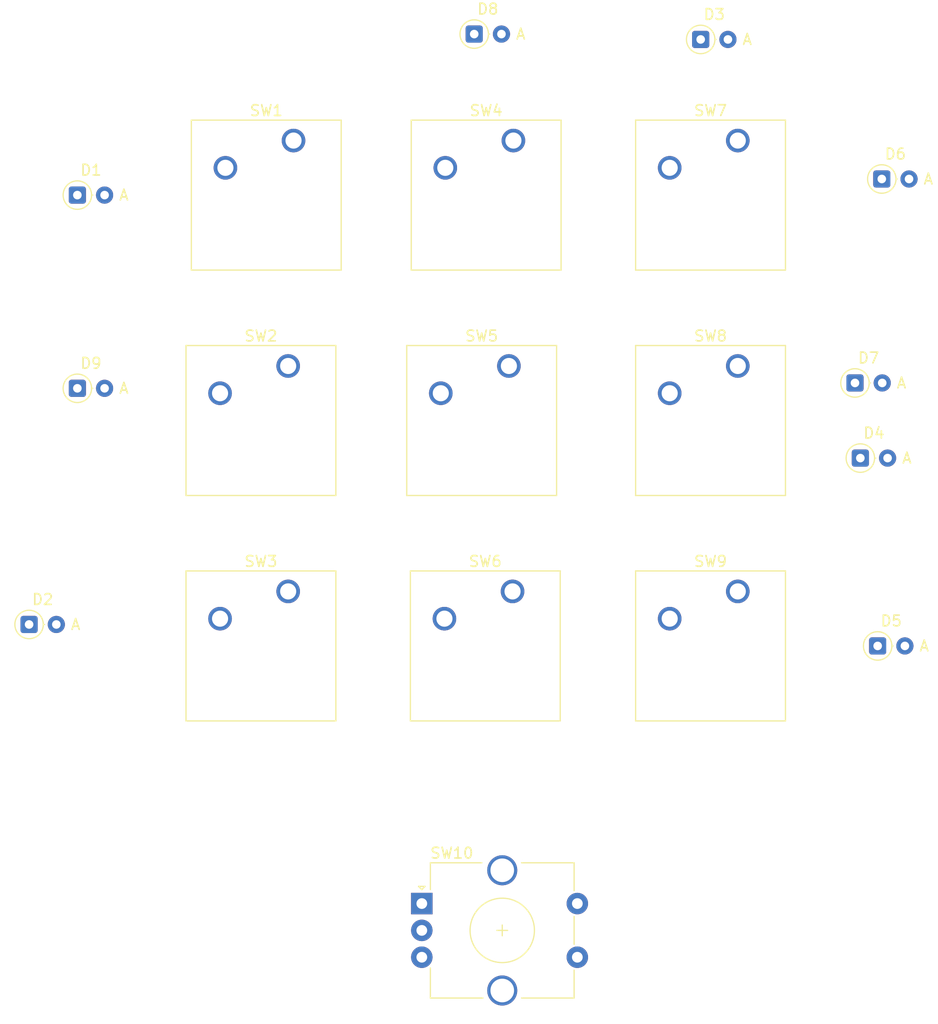
<source format=kicad_pcb>
(kicad_pcb (version 20241229) (generator "pcbnew") (generator_version "9.0")
  (layers (0 "F.Cu" signal) (2 "B.Cu" signal) (13 "F.Paste" user) (15 "B.Paste" user) (5 "F.SilkS" user "F.Silkscreen") (7 "B.SilkS" user "B.Silkscreen") (1 "F.Mask" user) (3 "B.Mask" user) (25 "Edge.Cuts" user))
  (net 0 "")
  (net 1 "row2")
  (net 2 "Net-(D1-A)")
  (net 3 "Net-(D2-A)")
  (net 4 "row1")
  (net 5 "Net-(D3-A)")
  (net 6 "row0")
  (net 7 "Net-(D4-A)")
  (net 8 "Net-(D5-A)")
  (net 9 "Net-(D6-A)")
  (net 10 "Net-(D7-A)")
  (net 11 "Net-(D8-A)")
  (net 12 "Net-(D9-A)")
  (net 13 "col0")
  (net 14 "col1")
  (net 15 "col2")
  (net 18 "Net-(U1-GPIO3{slash}MOSI)")
  (net 19 "Net-(U1-GPIO4{slash}MISO)")
  (net 20 "GND")
  (footprint "Button_Switch_Keyboard:SW_Cherry_MX_1.00u_PCB" (layer "F.Cu") (at 135.04 90.42)
    (property "Reference" "SW3" (at -2.54 -2.794 0) (layer "F.SilkS"))
    (property "Value" "SW_Push")
    (fp_line (start -9.525 -1.905) (end 4.445 -1.905) (stroke (width 0.12)) (layer "F.SilkS"))
    (fp_line (start -9.525 12.065) (end -9.525 -1.905) (stroke (width 0.12)) (layer "F.SilkS"))
    (fp_line (start 4.445 -1.905) (end 4.445 12.065) (stroke (width 0.12)) (layer "F.SilkS"))
    (fp_line (start 4.445 12.065) (end -9.525 12.065) (stroke (width 0.12)) (layer "F.SilkS"))
    (pad "" np_thru_hole circle (at -7.62 5.08) (size 1.7 1.7) (drill 1.7) (layers "*.Cu" "*.Mask"))
    (pad "" np_thru_hole circle (at -2.54 5.08) (size 4 4) (drill 4) (layers "*.Cu" "*.Mask"))
    (pad "" np_thru_hole circle (at 2.54 5.08) (size 1.7 1.7) (drill 1.7) (layers "*.Cu" "*.Mask"))
    (pad "1" thru_hole circle (at 0 0) (size 2.2 2.2) (drill 1.5) (layers "*.Cu" "*.Mask") (net 3 "Net-(D2-A)"))
    (pad "2" thru_hole circle (at -6.35 2.54) (size 2.2 2.2) (drill 1.5) (layers "*.Cu" "*.Mask") (net 13 "col0"))
  )
  (footprint "Button_Switch_Keyboard:SW_Cherry_MX_1.00u_PCB" (layer "F.Cu") (at 176.96 48.42)
    (property "Reference" "SW7" (at -2.54 -2.794 0) (layer "F.SilkS"))
    (property "Value" "SW_Push")
    (fp_line (start -9.525 -1.905) (end 4.445 -1.905) (stroke (width 0.12)) (layer "F.SilkS"))
    (fp_line (start -9.525 12.065) (end -9.525 -1.905) (stroke (width 0.12)) (layer "F.SilkS"))
    (fp_line (start 4.445 -1.905) (end 4.445 12.065) (stroke (width 0.12)) (layer "F.SilkS"))
    (fp_line (start 4.445 12.065) (end -9.525 12.065) (stroke (width 0.12)) (layer "F.SilkS"))
    (pad "" np_thru_hole circle (at -7.62 5.08) (size 1.7 1.7) (drill 1.7) (layers "*.Cu" "*.Mask"))
    (pad "" np_thru_hole circle (at -2.54 5.08) (size 4 4) (drill 4) (layers "*.Cu" "*.Mask"))
    (pad "" np_thru_hole circle (at 2.54 5.08) (size 1.7 1.7) (drill 1.7) (layers "*.Cu" "*.Mask"))
    (pad "1" thru_hole circle (at 0 0) (size 2.2 2.2) (drill 1.5) (layers "*.Cu" "*.Mask") (net 5 "Net-(D3-A)"))
    (pad "2" thru_hole circle (at -6.35 2.54) (size 2.2 2.2) (drill 1.5) (layers "*.Cu" "*.Mask") (net 13 "col0"))
  )
  (footprint "Button_Switch_Keyboard:SW_Cherry_MX_1.00u_PCB" (layer "F.Cu") (at 176.96 69.42)
    (property "Reference" "SW8" (at -2.54 -2.794 0) (layer "F.SilkS"))
    (property "Value" "SW_Push")
    (fp_line (start -9.525 -1.905) (end 4.445 -1.905) (stroke (width 0.12)) (layer "F.SilkS"))
    (fp_line (start -9.525 12.065) (end -9.525 -1.905) (stroke (width 0.12)) (layer "F.SilkS"))
    (fp_line (start 4.445 -1.905) (end 4.445 12.065) (stroke (width 0.12)) (layer "F.SilkS"))
    (fp_line (start 4.445 12.065) (end -9.525 12.065) (stroke (width 0.12)) (layer "F.SilkS"))
    (pad "" np_thru_hole circle (at -7.62 5.08) (size 1.7 1.7) (drill 1.7) (layers "*.Cu" "*.Mask"))
    (pad "" np_thru_hole circle (at -2.54 5.08) (size 4 4) (drill 4) (layers "*.Cu" "*.Mask"))
    (pad "" np_thru_hole circle (at 2.54 5.08) (size 1.7 1.7) (drill 1.7) (layers "*.Cu" "*.Mask"))
    (pad "1" thru_hole circle (at 0 0) (size 2.2 2.2) (drill 1.5) (layers "*.Cu" "*.Mask") (net 7 "Net-(D4-A)"))
    (pad "2" thru_hole circle (at -6.35 2.54) (size 2.2 2.2) (drill 1.5) (layers "*.Cu" "*.Mask") (net 14 "col1"))
  )
  (footprint "Diode_THT:D_DO-35_SOD27_P2.54mm_Vertical_AnodeUp" (layer "F.Cu") (at 187.885686 71)
    (property "Reference" "D7" (at 1.27 -2.326371 0) (layer "F.SilkS"))
    (property "Value" "1N4148WT")
    (fp_line (start 1.326371 0) (end 1.44 0) (stroke (width 0.12)) (layer "F.SilkS"))
    (fp_circle (center 0 0) (end 1.326371 0) (stroke (width 0.12)) (fill no) (layer "F.SilkS"))
    (fp_text user "A" (at 4.34 0 0) (layer "F.SilkS"))
    (pad "1" thru_hole roundrect (at 0 0) (size 1.6 1.6) (drill 0.8) (layers "*.Cu" "*.Mask") (roundrect_rratio 0.15625) (net 1 "row2"))
    (pad "2" thru_hole circle (at 2.54 0) (size 1.6 1.6) (drill 0.8) (layers "*.Cu" "*.Mask") (net 10 "Net-(D7-A)"))
  )
  (footprint "Diode_THT:D_DO-35_SOD27_P2.54mm_Vertical_AnodeUp" (layer "F.Cu") (at 152.385686 38.5)
    (property "Reference" "D8" (at 1.27 -2.326371 0) (layer "F.SilkS"))
    (property "Value" "1N4148WT")
    (fp_line (start 1.326371 0) (end 1.44 0) (stroke (width 0.12)) (layer "F.SilkS"))
    (fp_circle (center 0 0) (end 1.326371 0) (stroke (width 0.12)) (fill no) (layer "F.SilkS"))
    (fp_text user "A" (at 4.34 0 0) (layer "F.SilkS"))
    (pad "1" thru_hole roundrect (at 0 0) (size 1.6 1.6) (drill 0.8) (layers "*.Cu" "*.Mask") (roundrect_rratio 0.15625) (net 4 "row1"))
    (pad "2" thru_hole circle (at 2.54 0) (size 1.6 1.6) (drill 0.8) (layers "*.Cu" "*.Mask") (net 11 "Net-(D8-A)"))
  )
  (footprint "Diode_THT:D_DO-35_SOD27_P2.54mm_Vertical_AnodeUp" (layer "F.Cu") (at 173.5 39)
    (property "Reference" "D3" (at 1.27 -2.326371 0) (layer "F.SilkS"))
    (property "Value" "1N4148WT")
    (fp_line (start 1.326371 0) (end 1.44 0) (stroke (width 0.12)) (layer "F.SilkS"))
    (fp_circle (center 0 0) (end 1.326371 0) (stroke (width 0.12)) (fill no) (layer "F.SilkS"))
    (fp_text user "A" (at 4.34 0 0) (layer "F.SilkS"))
    (pad "1" thru_hole roundrect (at 0 0) (size 1.6 1.6) (drill 0.8) (layers "*.Cu" "*.Mask") (roundrect_rratio 0.15625) (net 6 "row0"))
    (pad "2" thru_hole circle (at 2.54 0) (size 1.6 1.6) (drill 0.8) (layers "*.Cu" "*.Mask") (net 5 "Net-(D3-A)"))
  )
  (footprint "Rotary_Encoder:RotaryEncoder_Alps_EC12E-Switch_Vertical_H20mm_CircularMountingHoles" (layer "F.Cu") (at 147.5 119.5)
    (property "Reference" "SW10" (at 2.8 -4.7 0) (layer "F.SilkS"))
    (property "Value" "RotaryEncoder")
    (fp_line (start -0.3 -1.6) (end 0.3 -1.6) (stroke (width 0.12)) (layer "F.SilkS"))
    (fp_line (start 0 -1.3) (end -0.3 -1.6) (stroke (width 0.12)) (layer "F.SilkS"))
    (fp_line (start 0.3 -1.6) (end 0 -1.3) (stroke (width 0.12)) (layer "F.SilkS"))
    (fp_line (start 0.8 -3.8) (end 0.8 -1.3) (stroke (width 0.12)) (layer "F.SilkS"))
    (fp_line (start 0.8 8.8) (end 0.8 6) (stroke (width 0.12)) (layer "F.SilkS"))
    (fp_line (start 5.6 -3.8) (end 0.8 -3.8) (stroke (width 0.12)) (layer "F.SilkS"))
    (fp_line (start 5.7 8.8) (end 0.8 8.8) (stroke (width 0.12)) (layer "F.SilkS"))
    (fp_line (start 7 2.5) (end 8 2.5) (stroke (width 0.12)) (layer "F.SilkS"))
    (fp_line (start 7.5 2) (end 7.5 3) (stroke (width 0.12)) (layer "F.SilkS"))
    (fp_line (start 9.3 -3.8) (end 14.2 -3.8) (stroke (width 0.12)) (layer "F.SilkS"))
    (fp_line (start 14.2 -3.8) (end 14.2 -1.2) (stroke (width 0.12)) (layer "F.SilkS"))
    (fp_line (start 14.2 1.2) (end 14.2 3.8) (stroke (width 0.12)) (layer "F.SilkS"))
    (fp_line (start 14.2 6.2) (end 14.2 8.8) (stroke (width 0.12)) (layer "F.SilkS"))
    (fp_line (start 14.2 8.8) (end 9.3 8.8) (stroke (width 0.12)) (layer "F.SilkS"))
    (fp_circle (center 7.5 2.5) (end 10.5 2.5) (stroke (width 0.12)) (fill no) (layer "F.SilkS"))
    (pad "A" thru_hole rect (at 0 0) (size 2 2) (drill 1) (layers "*.Cu" "*.Mask") (net 18 "Net-(U1-GPIO3{slash}MOSI)"))
    (pad "B" thru_hole circle (at 0 5) (size 2 2) (drill 1) (layers "*.Cu" "*.Mask") (net 19 "Net-(U1-GPIO4{slash}MISO)"))
    (pad "C" thru_hole circle (at 0 2.5) (size 2 2) (drill 1) (layers "*.Cu" "*.Mask") (net 20 "GND"))
    (pad "MP" thru_hole circle (at 7.5 -3.1) (size 2.8 2.8) (drill 2.2) (layers "*.Cu" "*.Mask"))
    (pad "MP" thru_hole circle (at 7.5 8.1) (size 2.8 2.8) (drill 2.2) (layers "*.Cu" "*.Mask"))
    (pad "S1" thru_hole circle (at 14.5 0) (size 2 2) (drill 1) (layers "*.Cu" "*.Mask"))
    (pad "S2" thru_hole circle (at 14.5 5) (size 2 2) (drill 1) (layers "*.Cu" "*.Mask"))
  )
  (footprint "Diode_THT:D_DO-35_SOD27_P2.54mm_Vertical_AnodeUp" (layer "F.Cu") (at 115.385686 71.5)
    (property "Reference" "D9" (at 1.27 -2.326371 0) (layer "F.SilkS"))
    (property "Value" "1N4148WT")
    (fp_line (start 1.326371 0) (end 1.44 0) (stroke (width 0.12)) (layer "F.SilkS"))
    (fp_circle (center 0 0) (end 1.326371 0) (stroke (width 0.12)) (fill no) (layer "F.SilkS"))
    (fp_text user "A" (at 4.34 0 0) (layer "F.SilkS"))
    (pad "1" thru_hole roundrect (at 0 0) (size 1.6 1.6) (drill 0.8) (layers "*.Cu" "*.Mask") (roundrect_rratio 0.15625) (net 1 "row2"))
    (pad "2" thru_hole circle (at 2.54 0) (size 1.6 1.6) (drill 0.8) (layers "*.Cu" "*.Mask") (net 12 "Net-(D9-A)"))
  )
  (footprint "Diode_THT:D_DO-35_SOD27_P2.54mm_Vertical_AnodeUp" (layer "F.Cu") (at 115.385686 53.5)
    (property "Reference" "D1" (at 1.27 -2.326371 0) (layer "F.SilkS"))
    (property "Value" "1N4148WT")
    (fp_line (start 1.326371 0) (end 1.44 0) (stroke (width 0.12)) (layer "F.SilkS"))
    (fp_circle (center 0 0) (end 1.326371 0) (stroke (width 0.12)) (fill no) (layer "F.SilkS"))
    (fp_text user "A" (at 4.34 0 0) (layer "F.SilkS"))
    (pad "1" thru_hole roundrect (at 0 0) (size 1.6 1.6) (drill 0.8) (layers "*.Cu" "*.Mask") (roundrect_rratio 0.15625) (net 1 "row2"))
    (pad "2" thru_hole circle (at 2.54 0) (size 1.6 1.6) (drill 0.8) (layers "*.Cu" "*.Mask") (net 2 "Net-(D1-A)"))
  )
  (footprint "Button_Switch_Keyboard:SW_Cherry_MX_1.00u_PCB" (layer "F.Cu") (at 176.96 90.42)
    (property "Reference" "SW9" (at -2.54 -2.794 0) (layer "F.SilkS"))
    (property "Value" "SW_Push")
    (fp_line (start -9.525 -1.905) (end 4.445 -1.905) (stroke (width 0.12)) (layer "F.SilkS"))
    (fp_line (start -9.525 12.065) (end -9.525 -1.905) (stroke (width 0.12)) (layer "F.SilkS"))
    (fp_line (start 4.445 -1.905) (end 4.445 12.065) (stroke (width 0.12)) (layer "F.SilkS"))
    (fp_line (start 4.445 12.065) (end -9.525 12.065) (stroke (width 0.12)) (layer "F.SilkS"))
    (pad "" np_thru_hole circle (at -7.62 5.08) (size 1.7 1.7) (drill 1.7) (layers "*.Cu" "*.Mask"))
    (pad "" np_thru_hole circle (at -2.54 5.08) (size 4 4) (drill 4) (layers "*.Cu" "*.Mask"))
    (pad "" np_thru_hole circle (at 2.54 5.08) (size 1.7 1.7) (drill 1.7) (layers "*.Cu" "*.Mask"))
    (pad "1" thru_hole circle (at 0 0) (size 2.2 2.2) (drill 1.5) (layers "*.Cu" "*.Mask") (net 8 "Net-(D5-A)"))
    (pad "2" thru_hole circle (at -6.35 2.54) (size 2.2 2.2) (drill 1.5) (layers "*.Cu" "*.Mask"))
  )
  (footprint "Button_Switch_Keyboard:SW_Cherry_MX_1.00u_PCB" (layer "F.Cu") (at 155.96 90.42)
    (property "Reference" "SW6" (at -2.54 -2.794 0) (layer "F.SilkS"))
    (property "Value" "SW_Push")
    (fp_line (start -9.525 -1.905) (end 4.445 -1.905) (stroke (width 0.12)) (layer "F.SilkS"))
    (fp_line (start -9.525 12.065) (end -9.525 -1.905) (stroke (width 0.12)) (layer "F.SilkS"))
    (fp_line (start 4.445 -1.905) (end 4.445 12.065) (stroke (width 0.12)) (layer "F.SilkS"))
    (fp_line (start 4.445 12.065) (end -9.525 12.065) (stroke (width 0.12)) (layer "F.SilkS"))
    (pad "" np_thru_hole circle (at -7.62 5.08) (size 1.7 1.7) (drill 1.7) (layers "*.Cu" "*.Mask"))
    (pad "" np_thru_hole circle (at -2.54 5.08) (size 4 4) (drill 4) (layers "*.Cu" "*.Mask"))
    (pad "" np_thru_hole circle (at 2.54 5.08) (size 1.7 1.7) (drill 1.7) (layers "*.Cu" "*.Mask"))
    (pad "1" thru_hole circle (at 0 0) (size 2.2 2.2) (drill 1.5) (layers "*.Cu" "*.Mask") (net 9 "Net-(D6-A)"))
    (pad "2" thru_hole circle (at -6.35 2.54) (size 2.2 2.2) (drill 1.5) (layers "*.Cu" "*.Mask"))
  )
  (footprint "Diode_THT:D_DO-35_SOD27_P2.54mm_Vertical_AnodeUp" (layer "F.Cu") (at 188.385686 78)
    (property "Reference" "D4" (at 1.27 -2.326371 0) (layer "F.SilkS"))
    (property "Value" "1N4148WT")
    (fp_line (start 1.326371 0) (end 1.44 0) (stroke (width 0.12)) (layer "F.SilkS"))
    (fp_circle (center 0 0) (end 1.326371 0) (stroke (width 0.12)) (fill no) (layer "F.SilkS"))
    (fp_text user "A" (at 4.34 0 0) (layer "F.SilkS"))
    (pad "1" thru_hole roundrect (at 0 0) (size 1.6 1.6) (drill 0.8) (layers "*.Cu" "*.Mask") (roundrect_rratio 0.15625) (net 6 "row0"))
    (pad "2" thru_hole circle (at 2.54 0) (size 1.6 1.6) (drill 0.8) (layers "*.Cu" "*.Mask") (net 7 "Net-(D4-A)"))
  )
  (footprint "Button_Switch_Keyboard:SW_Cherry_MX_1.00u_PCB" (layer "F.Cu") (at 135.54 48.42)
    (property "Reference" "SW1" (at -2.54 -2.794 0) (layer "F.SilkS"))
    (property "Value" "SW_Push")
    (fp_line (start -9.525 -1.905) (end 4.445 -1.905) (stroke (width 0.12)) (layer "F.SilkS"))
    (fp_line (start -9.525 12.065) (end -9.525 -1.905) (stroke (width 0.12)) (layer "F.SilkS"))
    (fp_line (start 4.445 -1.905) (end 4.445 12.065) (stroke (width 0.12)) (layer "F.SilkS"))
    (fp_line (start 4.445 12.065) (end -9.525 12.065) (stroke (width 0.12)) (layer "F.SilkS"))
    (pad "" np_thru_hole circle (at -7.62 5.08) (size 1.7 1.7) (drill 1.7) (layers "*.Cu" "*.Mask"))
    (pad "" np_thru_hole circle (at -2.54 5.08) (size 4 4) (drill 4) (layers "*.Cu" "*.Mask"))
    (pad "" np_thru_hole circle (at 2.54 5.08) (size 1.7 1.7) (drill 1.7) (layers "*.Cu" "*.Mask"))
    (pad "1" thru_hole circle (at 0 0) (size 2.2 2.2) (drill 1.5) (layers "*.Cu" "*.Mask") (net 2 "Net-(D1-A)"))
    (pad "2" thru_hole circle (at -6.35 2.54) (size 2.2 2.2) (drill 1.5) (layers "*.Cu" "*.Mask") (net 13 "col0"))
  )
  (footprint "Diode_THT:D_DO-35_SOD27_P2.54mm_Vertical_AnodeUp" (layer "F.Cu") (at 110.885686 93.5)
    (property "Reference" "D2" (at 1.27 -2.326371 0) (layer "F.SilkS"))
    (property "Value" "1N4148WT")
    (fp_line (start 1.326371 0) (end 1.44 0) (stroke (width 0.12)) (layer "F.SilkS"))
    (fp_circle (center 0 0) (end 1.326371 0) (stroke (width 0.12)) (fill no) (layer "F.SilkS"))
    (fp_text user "A" (at 4.34 0 0) (layer "F.SilkS"))
    (pad "1" thru_hole roundrect (at 0 0) (size 1.6 1.6) (drill 0.8) (layers "*.Cu" "*.Mask") (roundrect_rratio 0.15625) (net 4 "row1"))
    (pad "2" thru_hole circle (at 2.54 0) (size 1.6 1.6) (drill 0.8) (layers "*.Cu" "*.Mask") (net 3 "Net-(D2-A)"))
  )
  (footprint "Button_Switch_Keyboard:SW_Cherry_MX_1.00u_PCB" (layer "F.Cu") (at 156.04 48.42)
    (property "Reference" "SW4" (at -2.54 -2.794 0) (layer "F.SilkS"))
    (property "Value" "SW_Push")
    (fp_line (start -9.525 -1.905) (end 4.445 -1.905) (stroke (width 0.12)) (layer "F.SilkS"))
    (fp_line (start -9.525 12.065) (end -9.525 -1.905) (stroke (width 0.12)) (layer "F.SilkS"))
    (fp_line (start 4.445 -1.905) (end 4.445 12.065) (stroke (width 0.12)) (layer "F.SilkS"))
    (fp_line (start 4.445 12.065) (end -9.525 12.065) (stroke (width 0.12)) (layer "F.SilkS"))
    (pad "" np_thru_hole circle (at -7.62 5.08) (size 1.7 1.7) (drill 1.7) (layers "*.Cu" "*.Mask"))
    (pad "" np_thru_hole circle (at -2.54 5.08) (size 4 4) (drill 4) (layers "*.Cu" "*.Mask"))
    (pad "" np_thru_hole circle (at 2.54 5.08) (size 1.7 1.7) (drill 1.7) (layers "*.Cu" "*.Mask"))
    (pad "1" thru_hole circle (at 0 0) (size 2.2 2.2) (drill 1.5) (layers "*.Cu" "*.Mask") (net 11 "Net-(D8-A)"))
    (pad "2" thru_hole circle (at -6.35 2.54) (size 2.2 2.2) (drill 1.5) (layers "*.Cu" "*.Mask") (net 14 "col1"))
  )
  (footprint "Button_Switch_Keyboard:SW_Cherry_MX_1.00u_PCB" (layer "F.Cu") (at 155.62 69.42)
    (property "Reference" "SW5" (at -2.54 -2.794 0) (layer "F.SilkS"))
    (property "Value" "SW_Push")
    (fp_line (start -9.525 -1.905) (end 4.445 -1.905) (stroke (width 0.12)) (layer "F.SilkS"))
    (fp_line (start -9.525 12.065) (end -9.525 -1.905) (stroke (width 0.12)) (layer "F.SilkS"))
    (fp_line (start 4.445 -1.905) (end 4.445 12.065) (stroke (width 0.12)) (layer "F.SilkS"))
    (fp_line (start 4.445 12.065) (end -9.525 12.065) (stroke (width 0.12)) (layer "F.SilkS"))
    (pad "" np_thru_hole circle (at -7.62 5.08) (size 1.7 1.7) (drill 1.7) (layers "*.Cu" "*.Mask"))
    (pad "" np_thru_hole circle (at -2.54 5.08) (size 4 4) (drill 4) (layers "*.Cu" "*.Mask"))
    (pad "" np_thru_hole circle (at 2.54 5.08) (size 1.7 1.7) (drill 1.7) (layers "*.Cu" "*.Mask"))
    (pad "1" thru_hole circle (at 0 0) (size 2.2 2.2) (drill 1.5) (layers "*.Cu" "*.Mask") (net 10 "Net-(D7-A)"))
    (pad "2" thru_hole circle (at -6.35 2.54) (size 2.2 2.2) (drill 1.5) (layers "*.Cu" "*.Mask") (net 15 "col2"))
  )
  (footprint "Diode_THT:D_DO-35_SOD27_P2.54mm_Vertical_AnodeUp" (layer "F.Cu") (at 190 95.5)
    (property "Reference" "D5" (at 1.27 -2.326371 0) (layer "F.SilkS"))
    (property "Value" "1N4148WT")
    (fp_line (start 1.326371 0) (end 1.44 0) (stroke (width 0.12)) (layer "F.SilkS"))
    (fp_circle (center 0 0) (end 1.326371 0) (stroke (width 0.12)) (fill no) (layer "F.SilkS"))
    (fp_text user "A" (at 4.34 0 0) (layer "F.SilkS"))
    (pad "1" thru_hole roundrect (at 0 0) (size 1.6 1.6) (drill 0.8) (layers "*.Cu" "*.Mask") (roundrect_rratio 0.15625) (net 6 "row0"))
    (pad "2" thru_hole circle (at 2.54 0) (size 1.6 1.6) (drill 0.8) (layers "*.Cu" "*.Mask") (net 8 "Net-(D5-A)"))
  )
  (footprint "Diode_THT:D_DO-35_SOD27_P2.54mm_Vertical_AnodeUp" (layer "F.Cu") (at 190.385686 52)
    (property "Reference" "D6" (at 1.27 -2.326371 0) (layer "F.SilkS"))
    (property "Value" "1N4148WT")
    (fp_line (start 1.326371 0) (end 1.44 0) (stroke (width 0.12)) (layer "F.SilkS"))
    (fp_circle (center 0 0) (end 1.326371 0) (stroke (width 0.12)) (fill no) (layer "F.SilkS"))
    (fp_text user "A" (at 4.34 0 0) (layer "F.SilkS"))
    (pad "1" thru_hole roundrect (at 0 0) (size 1.6 1.6) (drill 0.8) (layers "*.Cu" "*.Mask") (roundrect_rratio 0.15625) (net 4 "row1"))
    (pad "2" thru_hole circle (at 2.54 0) (size 1.6 1.6) (drill 0.8) (layers "*.Cu" "*.Mask") (net 9 "Net-(D6-A)"))
  )
  (footprint "Button_Switch_Keyboard:SW_Cherry_MX_1.00u_PCB" (layer "F.Cu") (at 135.04 69.42)
    (property "Reference" "SW2" (at -2.54 -2.794 0) (layer "F.SilkS"))
    (property "Value" "SW_Push")
    (fp_line (start -9.525 -1.905) (end 4.445 -1.905) (stroke (width 0.12)) (layer "F.SilkS"))
    (fp_line (start -9.525 12.065) (end -9.525 -1.905) (stroke (width 0.12)) (layer "F.SilkS"))
    (fp_line (start 4.445 -1.905) (end 4.445 12.065) (stroke (width 0.12)) (layer "F.SilkS"))
    (fp_line (start 4.445 12.065) (end -9.525 12.065) (stroke (width 0.12)) (layer "F.SilkS"))
    (pad "" np_thru_hole circle (at -7.62 5.08) (size 1.7 1.7) (drill 1.7) (layers "*.Cu" "*.Mask"))
    (pad "" np_thru_hole circle (at -2.54 5.08) (size 4 4) (drill 4) (layers "*.Cu" "*.Mask"))
    (pad "" np_thru_hole circle (at 2.54 5.08) (size 1.7 1.7) (drill 1.7) (layers "*.Cu" "*.Mask"))
    (pad "1" thru_hole circle (at 0 0) (size 2.2 2.2) (drill 1.5) (layers "*.Cu" "*.Mask") (net 12 "Net-(D9-A)"))
    (pad "2" thru_hole circle (at -6.35 2.54) (size 2.2 2.2) (drill 1.5) (layers "*.Cu" "*.Mask") (net 14 "col1"))
  )
)
</source>
